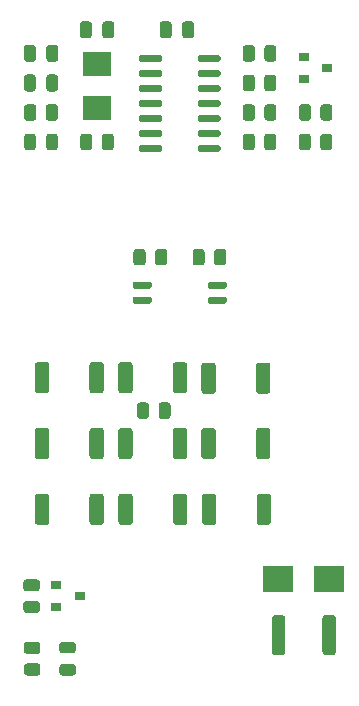
<source format=gbr>
G04 #@! TF.GenerationSoftware,KiCad,Pcbnew,5.1.10-88a1d61d58~88~ubuntu18.04.1*
G04 #@! TF.CreationDate,2021-11-17T21:44:28+08:00*
G04 #@! TF.ProjectId,ModuleV440,4d6f6475-6c65-4563-9434-302e6b696361,rev?*
G04 #@! TF.SameCoordinates,Original*
G04 #@! TF.FileFunction,Paste,Top*
G04 #@! TF.FilePolarity,Positive*
%FSLAX46Y46*%
G04 Gerber Fmt 4.6, Leading zero omitted, Abs format (unit mm)*
G04 Created by KiCad (PCBNEW 5.1.10-88a1d61d58~88~ubuntu18.04.1) date 2021-11-17 21:44:28*
%MOMM*%
%LPD*%
G01*
G04 APERTURE LIST*
%ADD10R,2.400000X2.000000*%
%ADD11R,0.900000X0.800000*%
%ADD12R,2.500000X2.300000*%
G04 APERTURE END LIST*
G36*
G01*
X119017600Y-72387599D02*
X119017600Y-73287601D01*
G75*
G02*
X118767601Y-73537600I-249999J0D01*
G01*
X118242599Y-73537600D01*
G75*
G02*
X117992600Y-73287601I0J249999D01*
G01*
X117992600Y-72387599D01*
G75*
G02*
X118242599Y-72137600I249999J0D01*
G01*
X118767601Y-72137600D01*
G75*
G02*
X119017600Y-72387599I0J-249999D01*
G01*
G37*
G36*
G01*
X120842600Y-72387599D02*
X120842600Y-73287601D01*
G75*
G02*
X120592601Y-73537600I-249999J0D01*
G01*
X120067599Y-73537600D01*
G75*
G02*
X119817600Y-73287601I0J249999D01*
G01*
X119817600Y-72387599D01*
G75*
G02*
X120067599Y-72137600I249999J0D01*
G01*
X120592601Y-72137600D01*
G75*
G02*
X120842600Y-72387599I0J-249999D01*
G01*
G37*
G36*
G01*
X124067600Y-63537601D02*
X124067600Y-62637599D01*
G75*
G02*
X124317599Y-62387600I249999J0D01*
G01*
X124842601Y-62387600D01*
G75*
G02*
X125092600Y-62637599I0J-249999D01*
G01*
X125092600Y-63537601D01*
G75*
G02*
X124842601Y-63787600I-249999J0D01*
G01*
X124317599Y-63787600D01*
G75*
G02*
X124067600Y-63537601I0J249999D01*
G01*
G37*
G36*
G01*
X122242600Y-63537601D02*
X122242600Y-62637599D01*
G75*
G02*
X122492599Y-62387600I249999J0D01*
G01*
X123017601Y-62387600D01*
G75*
G02*
X123267600Y-62637599I0J-249999D01*
G01*
X123267600Y-63537601D01*
G75*
G02*
X123017601Y-63787600I-249999J0D01*
G01*
X122492599Y-63787600D01*
G75*
G02*
X122242600Y-63537601I0J249999D01*
G01*
G37*
G36*
G01*
X128817600Y-63537601D02*
X128817600Y-62637599D01*
G75*
G02*
X129067599Y-62387600I249999J0D01*
G01*
X129592601Y-62387600D01*
G75*
G02*
X129842600Y-62637599I0J-249999D01*
G01*
X129842600Y-63537601D01*
G75*
G02*
X129592601Y-63787600I-249999J0D01*
G01*
X129067599Y-63787600D01*
G75*
G02*
X128817600Y-63537601I0J249999D01*
G01*
G37*
G36*
G01*
X126992600Y-63537601D02*
X126992600Y-62637599D01*
G75*
G02*
X127242599Y-62387600I249999J0D01*
G01*
X127767601Y-62387600D01*
G75*
G02*
X128017600Y-62637599I0J-249999D01*
G01*
X128017600Y-63537601D01*
G75*
G02*
X127767601Y-63787600I-249999J0D01*
G01*
X127242599Y-63787600D01*
G75*
G02*
X126992600Y-63537601I0J249999D01*
G01*
G37*
G36*
G01*
X105617600Y-63543850D02*
X105617600Y-62631350D01*
G75*
G02*
X105861350Y-62387600I243750J0D01*
G01*
X106348850Y-62387600D01*
G75*
G02*
X106592600Y-62631350I0J-243750D01*
G01*
X106592600Y-63543850D01*
G75*
G02*
X106348850Y-63787600I-243750J0D01*
G01*
X105861350Y-63787600D01*
G75*
G02*
X105617600Y-63543850I0J243750D01*
G01*
G37*
G36*
G01*
X103742600Y-63543850D02*
X103742600Y-62631350D01*
G75*
G02*
X103986350Y-62387600I243750J0D01*
G01*
X104473850Y-62387600D01*
G75*
G02*
X104717600Y-62631350I0J-243750D01*
G01*
X104717600Y-63543850D01*
G75*
G02*
X104473850Y-63787600I-243750J0D01*
G01*
X103986350Y-63787600D01*
G75*
G02*
X103742600Y-63543850I0J243750D01*
G01*
G37*
G36*
G01*
X128817600Y-61037601D02*
X128817600Y-60137599D01*
G75*
G02*
X129067599Y-59887600I249999J0D01*
G01*
X129592601Y-59887600D01*
G75*
G02*
X129842600Y-60137599I0J-249999D01*
G01*
X129842600Y-61037601D01*
G75*
G02*
X129592601Y-61287600I-249999J0D01*
G01*
X129067599Y-61287600D01*
G75*
G02*
X128817600Y-61037601I0J249999D01*
G01*
G37*
G36*
G01*
X126992600Y-61037601D02*
X126992600Y-60137599D01*
G75*
G02*
X127242599Y-59887600I249999J0D01*
G01*
X127767601Y-59887600D01*
G75*
G02*
X128017600Y-60137599I0J-249999D01*
G01*
X128017600Y-61037601D01*
G75*
G02*
X127767601Y-61287600I-249999J0D01*
G01*
X127242599Y-61287600D01*
G75*
G02*
X126992600Y-61037601I0J249999D01*
G01*
G37*
G36*
G01*
X124067600Y-61037601D02*
X124067600Y-60137599D01*
G75*
G02*
X124317599Y-59887600I249999J0D01*
G01*
X124842601Y-59887600D01*
G75*
G02*
X125092600Y-60137599I0J-249999D01*
G01*
X125092600Y-61037601D01*
G75*
G02*
X124842601Y-61287600I-249999J0D01*
G01*
X124317599Y-61287600D01*
G75*
G02*
X124067600Y-61037601I0J249999D01*
G01*
G37*
G36*
G01*
X122242600Y-61037601D02*
X122242600Y-60137599D01*
G75*
G02*
X122492599Y-59887600I249999J0D01*
G01*
X123017601Y-59887600D01*
G75*
G02*
X123267600Y-60137599I0J-249999D01*
G01*
X123267600Y-61037601D01*
G75*
G02*
X123017601Y-61287600I-249999J0D01*
G01*
X122492599Y-61287600D01*
G75*
G02*
X122242600Y-61037601I0J249999D01*
G01*
G37*
G36*
G01*
X124067600Y-56037601D02*
X124067600Y-55137599D01*
G75*
G02*
X124317599Y-54887600I249999J0D01*
G01*
X124842601Y-54887600D01*
G75*
G02*
X125092600Y-55137599I0J-249999D01*
G01*
X125092600Y-56037601D01*
G75*
G02*
X124842601Y-56287600I-249999J0D01*
G01*
X124317599Y-56287600D01*
G75*
G02*
X124067600Y-56037601I0J249999D01*
G01*
G37*
G36*
G01*
X122242600Y-56037601D02*
X122242600Y-55137599D01*
G75*
G02*
X122492599Y-54887600I249999J0D01*
G01*
X123017601Y-54887600D01*
G75*
G02*
X123267600Y-55137599I0J-249999D01*
G01*
X123267600Y-56037601D01*
G75*
G02*
X123017601Y-56287600I-249999J0D01*
G01*
X122492599Y-56287600D01*
G75*
G02*
X122242600Y-56037601I0J249999D01*
G01*
G37*
G36*
G01*
X110317600Y-63537601D02*
X110317600Y-62637599D01*
G75*
G02*
X110567599Y-62387600I249999J0D01*
G01*
X111092601Y-62387600D01*
G75*
G02*
X111342600Y-62637599I0J-249999D01*
G01*
X111342600Y-63537601D01*
G75*
G02*
X111092601Y-63787600I-249999J0D01*
G01*
X110567599Y-63787600D01*
G75*
G02*
X110317600Y-63537601I0J249999D01*
G01*
G37*
G36*
G01*
X108492600Y-63537601D02*
X108492600Y-62637599D01*
G75*
G02*
X108742599Y-62387600I249999J0D01*
G01*
X109267601Y-62387600D01*
G75*
G02*
X109517600Y-62637599I0J-249999D01*
G01*
X109517600Y-63537601D01*
G75*
G02*
X109267601Y-63787600I-249999J0D01*
G01*
X108742599Y-63787600D01*
G75*
G02*
X108492600Y-63537601I0J249999D01*
G01*
G37*
D10*
X109917600Y-60187600D03*
X109917600Y-56487600D03*
G36*
G01*
X123267600Y-57637599D02*
X123267600Y-58537601D01*
G75*
G02*
X123017601Y-58787600I-249999J0D01*
G01*
X122492599Y-58787600D01*
G75*
G02*
X122242600Y-58537601I0J249999D01*
G01*
X122242600Y-57637599D01*
G75*
G02*
X122492599Y-57387600I249999J0D01*
G01*
X123017601Y-57387600D01*
G75*
G02*
X123267600Y-57637599I0J-249999D01*
G01*
G37*
G36*
G01*
X125092600Y-57637599D02*
X125092600Y-58537601D01*
G75*
G02*
X124842601Y-58787600I-249999J0D01*
G01*
X124317599Y-58787600D01*
G75*
G02*
X124067600Y-58537601I0J249999D01*
G01*
X124067600Y-57637599D01*
G75*
G02*
X124317599Y-57387600I249999J0D01*
G01*
X124842601Y-57387600D01*
G75*
G02*
X125092600Y-57637599I0J-249999D01*
G01*
G37*
G36*
G01*
X104767600Y-60137599D02*
X104767600Y-61037601D01*
G75*
G02*
X104517601Y-61287600I-249999J0D01*
G01*
X103992599Y-61287600D01*
G75*
G02*
X103742600Y-61037601I0J249999D01*
G01*
X103742600Y-60137599D01*
G75*
G02*
X103992599Y-59887600I249999J0D01*
G01*
X104517601Y-59887600D01*
G75*
G02*
X104767600Y-60137599I0J-249999D01*
G01*
G37*
G36*
G01*
X106592600Y-60137599D02*
X106592600Y-61037601D01*
G75*
G02*
X106342601Y-61287600I-249999J0D01*
G01*
X105817599Y-61287600D01*
G75*
G02*
X105567600Y-61037601I0J249999D01*
G01*
X105567600Y-60137599D01*
G75*
G02*
X105817599Y-59887600I249999J0D01*
G01*
X106342601Y-59887600D01*
G75*
G02*
X106592600Y-60137599I0J-249999D01*
G01*
G37*
D11*
X129417600Y-56837600D03*
X127417600Y-57787600D03*
X127417600Y-55887600D03*
G36*
G01*
X104717600Y-57612600D02*
X104717600Y-58562600D01*
G75*
G02*
X104467600Y-58812600I-250000J0D01*
G01*
X103967600Y-58812600D01*
G75*
G02*
X103717600Y-58562600I0J250000D01*
G01*
X103717600Y-57612600D01*
G75*
G02*
X103967600Y-57362600I250000J0D01*
G01*
X104467600Y-57362600D01*
G75*
G02*
X104717600Y-57612600I0J-250000D01*
G01*
G37*
G36*
G01*
X106617600Y-57612600D02*
X106617600Y-58562600D01*
G75*
G02*
X106367600Y-58812600I-250000J0D01*
G01*
X105867600Y-58812600D01*
G75*
G02*
X105617600Y-58562600I0J250000D01*
G01*
X105617600Y-57612600D01*
G75*
G02*
X105867600Y-57362600I250000J0D01*
G01*
X106367600Y-57362600D01*
G75*
G02*
X106617600Y-57612600I0J-250000D01*
G01*
G37*
G36*
G01*
X104717600Y-55112600D02*
X104717600Y-56062600D01*
G75*
G02*
X104467600Y-56312600I-250000J0D01*
G01*
X103967600Y-56312600D01*
G75*
G02*
X103717600Y-56062600I0J250000D01*
G01*
X103717600Y-55112600D01*
G75*
G02*
X103967600Y-54862600I250000J0D01*
G01*
X104467600Y-54862600D01*
G75*
G02*
X104717600Y-55112600I0J-250000D01*
G01*
G37*
G36*
G01*
X106617600Y-55112600D02*
X106617600Y-56062600D01*
G75*
G02*
X106367600Y-56312600I-250000J0D01*
G01*
X105867600Y-56312600D01*
G75*
G02*
X105617600Y-56062600I0J250000D01*
G01*
X105617600Y-55112600D01*
G75*
G02*
X105867600Y-54862600I250000J0D01*
G01*
X106367600Y-54862600D01*
G75*
G02*
X106617600Y-55112600I0J-250000D01*
G01*
G37*
G36*
G01*
X117117600Y-54062600D02*
X117117600Y-53112600D01*
G75*
G02*
X117367600Y-52862600I250000J0D01*
G01*
X117867600Y-52862600D01*
G75*
G02*
X118117600Y-53112600I0J-250000D01*
G01*
X118117600Y-54062600D01*
G75*
G02*
X117867600Y-54312600I-250000J0D01*
G01*
X117367600Y-54312600D01*
G75*
G02*
X117117600Y-54062600I0J250000D01*
G01*
G37*
G36*
G01*
X115217600Y-54062600D02*
X115217600Y-53112600D01*
G75*
G02*
X115467600Y-52862600I250000J0D01*
G01*
X115967600Y-52862600D01*
G75*
G02*
X116217600Y-53112600I0J-250000D01*
G01*
X116217600Y-54062600D01*
G75*
G02*
X115967600Y-54312600I-250000J0D01*
G01*
X115467600Y-54312600D01*
G75*
G02*
X115217600Y-54062600I0J250000D01*
G01*
G37*
G36*
G01*
X109467600Y-53112600D02*
X109467600Y-54062600D01*
G75*
G02*
X109217600Y-54312600I-250000J0D01*
G01*
X108717600Y-54312600D01*
G75*
G02*
X108467600Y-54062600I0J250000D01*
G01*
X108467600Y-53112600D01*
G75*
G02*
X108717600Y-52862600I250000J0D01*
G01*
X109217600Y-52862600D01*
G75*
G02*
X109467600Y-53112600I0J-250000D01*
G01*
G37*
G36*
G01*
X111367600Y-53112600D02*
X111367600Y-54062600D01*
G75*
G02*
X111117600Y-54312600I-250000J0D01*
G01*
X110617600Y-54312600D01*
G75*
G02*
X110367600Y-54062600I0J250000D01*
G01*
X110367600Y-53112600D01*
G75*
G02*
X110617600Y-52862600I250000J0D01*
G01*
X111117600Y-52862600D01*
G75*
G02*
X111367600Y-53112600I0J-250000D01*
G01*
G37*
G36*
G01*
X118417600Y-56177600D02*
X118417600Y-55877600D01*
G75*
G02*
X118567600Y-55727600I150000J0D01*
G01*
X120217600Y-55727600D01*
G75*
G02*
X120367600Y-55877600I0J-150000D01*
G01*
X120367600Y-56177600D01*
G75*
G02*
X120217600Y-56327600I-150000J0D01*
G01*
X118567600Y-56327600D01*
G75*
G02*
X118417600Y-56177600I0J150000D01*
G01*
G37*
G36*
G01*
X118417600Y-57447600D02*
X118417600Y-57147600D01*
G75*
G02*
X118567600Y-56997600I150000J0D01*
G01*
X120217600Y-56997600D01*
G75*
G02*
X120367600Y-57147600I0J-150000D01*
G01*
X120367600Y-57447600D01*
G75*
G02*
X120217600Y-57597600I-150000J0D01*
G01*
X118567600Y-57597600D01*
G75*
G02*
X118417600Y-57447600I0J150000D01*
G01*
G37*
G36*
G01*
X118417600Y-58717600D02*
X118417600Y-58417600D01*
G75*
G02*
X118567600Y-58267600I150000J0D01*
G01*
X120217600Y-58267600D01*
G75*
G02*
X120367600Y-58417600I0J-150000D01*
G01*
X120367600Y-58717600D01*
G75*
G02*
X120217600Y-58867600I-150000J0D01*
G01*
X118567600Y-58867600D01*
G75*
G02*
X118417600Y-58717600I0J150000D01*
G01*
G37*
G36*
G01*
X118417600Y-59987600D02*
X118417600Y-59687600D01*
G75*
G02*
X118567600Y-59537600I150000J0D01*
G01*
X120217600Y-59537600D01*
G75*
G02*
X120367600Y-59687600I0J-150000D01*
G01*
X120367600Y-59987600D01*
G75*
G02*
X120217600Y-60137600I-150000J0D01*
G01*
X118567600Y-60137600D01*
G75*
G02*
X118417600Y-59987600I0J150000D01*
G01*
G37*
G36*
G01*
X118417600Y-61257600D02*
X118417600Y-60957600D01*
G75*
G02*
X118567600Y-60807600I150000J0D01*
G01*
X120217600Y-60807600D01*
G75*
G02*
X120367600Y-60957600I0J-150000D01*
G01*
X120367600Y-61257600D01*
G75*
G02*
X120217600Y-61407600I-150000J0D01*
G01*
X118567600Y-61407600D01*
G75*
G02*
X118417600Y-61257600I0J150000D01*
G01*
G37*
G36*
G01*
X118417600Y-62527600D02*
X118417600Y-62227600D01*
G75*
G02*
X118567600Y-62077600I150000J0D01*
G01*
X120217600Y-62077600D01*
G75*
G02*
X120367600Y-62227600I0J-150000D01*
G01*
X120367600Y-62527600D01*
G75*
G02*
X120217600Y-62677600I-150000J0D01*
G01*
X118567600Y-62677600D01*
G75*
G02*
X118417600Y-62527600I0J150000D01*
G01*
G37*
G36*
G01*
X118417600Y-63797600D02*
X118417600Y-63497600D01*
G75*
G02*
X118567600Y-63347600I150000J0D01*
G01*
X120217600Y-63347600D01*
G75*
G02*
X120367600Y-63497600I0J-150000D01*
G01*
X120367600Y-63797600D01*
G75*
G02*
X120217600Y-63947600I-150000J0D01*
G01*
X118567600Y-63947600D01*
G75*
G02*
X118417600Y-63797600I0J150000D01*
G01*
G37*
G36*
G01*
X113467600Y-63797600D02*
X113467600Y-63497600D01*
G75*
G02*
X113617600Y-63347600I150000J0D01*
G01*
X115267600Y-63347600D01*
G75*
G02*
X115417600Y-63497600I0J-150000D01*
G01*
X115417600Y-63797600D01*
G75*
G02*
X115267600Y-63947600I-150000J0D01*
G01*
X113617600Y-63947600D01*
G75*
G02*
X113467600Y-63797600I0J150000D01*
G01*
G37*
G36*
G01*
X113467600Y-62527600D02*
X113467600Y-62227600D01*
G75*
G02*
X113617600Y-62077600I150000J0D01*
G01*
X115267600Y-62077600D01*
G75*
G02*
X115417600Y-62227600I0J-150000D01*
G01*
X115417600Y-62527600D01*
G75*
G02*
X115267600Y-62677600I-150000J0D01*
G01*
X113617600Y-62677600D01*
G75*
G02*
X113467600Y-62527600I0J150000D01*
G01*
G37*
G36*
G01*
X113467600Y-61257600D02*
X113467600Y-60957600D01*
G75*
G02*
X113617600Y-60807600I150000J0D01*
G01*
X115267600Y-60807600D01*
G75*
G02*
X115417600Y-60957600I0J-150000D01*
G01*
X115417600Y-61257600D01*
G75*
G02*
X115267600Y-61407600I-150000J0D01*
G01*
X113617600Y-61407600D01*
G75*
G02*
X113467600Y-61257600I0J150000D01*
G01*
G37*
G36*
G01*
X113467600Y-59987600D02*
X113467600Y-59687600D01*
G75*
G02*
X113617600Y-59537600I150000J0D01*
G01*
X115267600Y-59537600D01*
G75*
G02*
X115417600Y-59687600I0J-150000D01*
G01*
X115417600Y-59987600D01*
G75*
G02*
X115267600Y-60137600I-150000J0D01*
G01*
X113617600Y-60137600D01*
G75*
G02*
X113467600Y-59987600I0J150000D01*
G01*
G37*
G36*
G01*
X113467600Y-58717600D02*
X113467600Y-58417600D01*
G75*
G02*
X113617600Y-58267600I150000J0D01*
G01*
X115267600Y-58267600D01*
G75*
G02*
X115417600Y-58417600I0J-150000D01*
G01*
X115417600Y-58717600D01*
G75*
G02*
X115267600Y-58867600I-150000J0D01*
G01*
X113617600Y-58867600D01*
G75*
G02*
X113467600Y-58717600I0J150000D01*
G01*
G37*
G36*
G01*
X113467600Y-57447600D02*
X113467600Y-57147600D01*
G75*
G02*
X113617600Y-56997600I150000J0D01*
G01*
X115267600Y-56997600D01*
G75*
G02*
X115417600Y-57147600I0J-150000D01*
G01*
X115417600Y-57447600D01*
G75*
G02*
X115267600Y-57597600I-150000J0D01*
G01*
X113617600Y-57597600D01*
G75*
G02*
X113467600Y-57447600I0J150000D01*
G01*
G37*
G36*
G01*
X113467600Y-56177600D02*
X113467600Y-55877600D01*
G75*
G02*
X113617600Y-55727600I150000J0D01*
G01*
X115267600Y-55727600D01*
G75*
G02*
X115417600Y-55877600I0J-150000D01*
G01*
X115417600Y-56177600D01*
G75*
G02*
X115267600Y-56327600I-150000J0D01*
G01*
X113617600Y-56327600D01*
G75*
G02*
X113467600Y-56177600I0J150000D01*
G01*
G37*
G36*
G01*
X119967600Y-82012600D02*
X119967600Y-84162600D01*
G75*
G02*
X119717600Y-84412600I-250000J0D01*
G01*
X118992600Y-84412600D01*
G75*
G02*
X118742600Y-84162600I0J250000D01*
G01*
X118742600Y-82012600D01*
G75*
G02*
X118992600Y-81762600I250000J0D01*
G01*
X119717600Y-81762600D01*
G75*
G02*
X119967600Y-82012600I0J-250000D01*
G01*
G37*
G36*
G01*
X124592600Y-82012600D02*
X124592600Y-84162600D01*
G75*
G02*
X124342600Y-84412600I-250000J0D01*
G01*
X123617600Y-84412600D01*
G75*
G02*
X123367600Y-84162600I0J250000D01*
G01*
X123367600Y-82012600D01*
G75*
G02*
X123617600Y-81762600I250000J0D01*
G01*
X124342600Y-81762600D01*
G75*
G02*
X124592600Y-82012600I0J-250000D01*
G01*
G37*
G36*
G01*
X116317600Y-84112600D02*
X116317600Y-81962600D01*
G75*
G02*
X116567600Y-81712600I250000J0D01*
G01*
X117292600Y-81712600D01*
G75*
G02*
X117542600Y-81962600I0J-250000D01*
G01*
X117542600Y-84112600D01*
G75*
G02*
X117292600Y-84362600I-250000J0D01*
G01*
X116567600Y-84362600D01*
G75*
G02*
X116317600Y-84112600I0J250000D01*
G01*
G37*
G36*
G01*
X111692600Y-84112600D02*
X111692600Y-81962600D01*
G75*
G02*
X111942600Y-81712600I250000J0D01*
G01*
X112667600Y-81712600D01*
G75*
G02*
X112917600Y-81962600I0J-250000D01*
G01*
X112917600Y-84112600D01*
G75*
G02*
X112667600Y-84362600I-250000J0D01*
G01*
X111942600Y-84362600D01*
G75*
G02*
X111692600Y-84112600I0J250000D01*
G01*
G37*
G36*
G01*
X123367600Y-89687600D02*
X123367600Y-87537600D01*
G75*
G02*
X123617600Y-87287600I250000J0D01*
G01*
X124342600Y-87287600D01*
G75*
G02*
X124592600Y-87537600I0J-250000D01*
G01*
X124592600Y-89687600D01*
G75*
G02*
X124342600Y-89937600I-250000J0D01*
G01*
X123617600Y-89937600D01*
G75*
G02*
X123367600Y-89687600I0J250000D01*
G01*
G37*
G36*
G01*
X118742600Y-89687600D02*
X118742600Y-87537600D01*
G75*
G02*
X118992600Y-87287600I250000J0D01*
G01*
X119717600Y-87287600D01*
G75*
G02*
X119967600Y-87537600I0J-250000D01*
G01*
X119967600Y-89687600D01*
G75*
G02*
X119717600Y-89937600I-250000J0D01*
G01*
X118992600Y-89937600D01*
G75*
G02*
X118742600Y-89687600I0J250000D01*
G01*
G37*
G36*
G01*
X112917600Y-87537600D02*
X112917600Y-89687600D01*
G75*
G02*
X112667600Y-89937600I-250000J0D01*
G01*
X111942600Y-89937600D01*
G75*
G02*
X111692600Y-89687600I0J250000D01*
G01*
X111692600Y-87537600D01*
G75*
G02*
X111942600Y-87287600I250000J0D01*
G01*
X112667600Y-87287600D01*
G75*
G02*
X112917600Y-87537600I0J-250000D01*
G01*
G37*
G36*
G01*
X117542600Y-87537600D02*
X117542600Y-89687600D01*
G75*
G02*
X117292600Y-89937600I-250000J0D01*
G01*
X116567600Y-89937600D01*
G75*
G02*
X116317600Y-89687600I0J250000D01*
G01*
X116317600Y-87537600D01*
G75*
G02*
X116567600Y-87287600I250000J0D01*
G01*
X117292600Y-87287600D01*
G75*
G02*
X117542600Y-87537600I0J-250000D01*
G01*
G37*
G36*
G01*
X120017600Y-93112600D02*
X120017600Y-95262600D01*
G75*
G02*
X119767600Y-95512600I-250000J0D01*
G01*
X119042600Y-95512600D01*
G75*
G02*
X118792600Y-95262600I0J250000D01*
G01*
X118792600Y-93112600D01*
G75*
G02*
X119042600Y-92862600I250000J0D01*
G01*
X119767600Y-92862600D01*
G75*
G02*
X120017600Y-93112600I0J-250000D01*
G01*
G37*
G36*
G01*
X124642600Y-93112600D02*
X124642600Y-95262600D01*
G75*
G02*
X124392600Y-95512600I-250000J0D01*
G01*
X123667600Y-95512600D01*
G75*
G02*
X123417600Y-95262600I0J250000D01*
G01*
X123417600Y-93112600D01*
G75*
G02*
X123667600Y-92862600I250000J0D01*
G01*
X124392600Y-92862600D01*
G75*
G02*
X124642600Y-93112600I0J-250000D01*
G01*
G37*
G36*
G01*
X116342600Y-95262600D02*
X116342600Y-93112600D01*
G75*
G02*
X116592600Y-92862600I250000J0D01*
G01*
X117317600Y-92862600D01*
G75*
G02*
X117567600Y-93112600I0J-250000D01*
G01*
X117567600Y-95262600D01*
G75*
G02*
X117317600Y-95512600I-250000J0D01*
G01*
X116592600Y-95512600D01*
G75*
G02*
X116342600Y-95262600I0J250000D01*
G01*
G37*
G36*
G01*
X111717600Y-95262600D02*
X111717600Y-93112600D01*
G75*
G02*
X111967600Y-92862600I250000J0D01*
G01*
X112692600Y-92862600D01*
G75*
G02*
X112942600Y-93112600I0J-250000D01*
G01*
X112942600Y-95262600D01*
G75*
G02*
X112692600Y-95512600I-250000J0D01*
G01*
X111967600Y-95512600D01*
G75*
G02*
X111717600Y-95262600I0J250000D01*
G01*
G37*
G36*
G01*
X105867600Y-81962600D02*
X105867600Y-84112600D01*
G75*
G02*
X105617600Y-84362600I-250000J0D01*
G01*
X104892600Y-84362600D01*
G75*
G02*
X104642600Y-84112600I0J250000D01*
G01*
X104642600Y-81962600D01*
G75*
G02*
X104892600Y-81712600I250000J0D01*
G01*
X105617600Y-81712600D01*
G75*
G02*
X105867600Y-81962600I0J-250000D01*
G01*
G37*
G36*
G01*
X110492600Y-81962600D02*
X110492600Y-84112600D01*
G75*
G02*
X110242600Y-84362600I-250000J0D01*
G01*
X109517600Y-84362600D01*
G75*
G02*
X109267600Y-84112600I0J250000D01*
G01*
X109267600Y-81962600D01*
G75*
G02*
X109517600Y-81712600I250000J0D01*
G01*
X110242600Y-81712600D01*
G75*
G02*
X110492600Y-81962600I0J-250000D01*
G01*
G37*
G36*
G01*
X109267600Y-89687600D02*
X109267600Y-87537600D01*
G75*
G02*
X109517600Y-87287600I250000J0D01*
G01*
X110242600Y-87287600D01*
G75*
G02*
X110492600Y-87537600I0J-250000D01*
G01*
X110492600Y-89687600D01*
G75*
G02*
X110242600Y-89937600I-250000J0D01*
G01*
X109517600Y-89937600D01*
G75*
G02*
X109267600Y-89687600I0J250000D01*
G01*
G37*
G36*
G01*
X104642600Y-89687600D02*
X104642600Y-87537600D01*
G75*
G02*
X104892600Y-87287600I250000J0D01*
G01*
X105617600Y-87287600D01*
G75*
G02*
X105867600Y-87537600I0J-250000D01*
G01*
X105867600Y-89687600D01*
G75*
G02*
X105617600Y-89937600I-250000J0D01*
G01*
X104892600Y-89937600D01*
G75*
G02*
X104642600Y-89687600I0J250000D01*
G01*
G37*
G36*
G01*
X105867600Y-93112600D02*
X105867600Y-95262600D01*
G75*
G02*
X105617600Y-95512600I-250000J0D01*
G01*
X104892600Y-95512600D01*
G75*
G02*
X104642600Y-95262600I0J250000D01*
G01*
X104642600Y-93112600D01*
G75*
G02*
X104892600Y-92862600I250000J0D01*
G01*
X105617600Y-92862600D01*
G75*
G02*
X105867600Y-93112600I0J-250000D01*
G01*
G37*
G36*
G01*
X110492600Y-93112600D02*
X110492600Y-95262600D01*
G75*
G02*
X110242600Y-95512600I-250000J0D01*
G01*
X109517600Y-95512600D01*
G75*
G02*
X109267600Y-95262600I0J250000D01*
G01*
X109267600Y-93112600D01*
G75*
G02*
X109517600Y-92862600I250000J0D01*
G01*
X110242600Y-92862600D01*
G75*
G02*
X110492600Y-93112600I0J-250000D01*
G01*
G37*
G36*
G01*
X119292600Y-75352600D02*
X119292600Y-75052600D01*
G75*
G02*
X119442600Y-74902600I150000J0D01*
G01*
X120767600Y-74902600D01*
G75*
G02*
X120917600Y-75052600I0J-150000D01*
G01*
X120917600Y-75352600D01*
G75*
G02*
X120767600Y-75502600I-150000J0D01*
G01*
X119442600Y-75502600D01*
G75*
G02*
X119292600Y-75352600I0J150000D01*
G01*
G37*
G36*
G01*
X119292600Y-76622600D02*
X119292600Y-76322600D01*
G75*
G02*
X119442600Y-76172600I150000J0D01*
G01*
X120767600Y-76172600D01*
G75*
G02*
X120917600Y-76322600I0J-150000D01*
G01*
X120917600Y-76622600D01*
G75*
G02*
X120767600Y-76772600I-150000J0D01*
G01*
X119442600Y-76772600D01*
G75*
G02*
X119292600Y-76622600I0J150000D01*
G01*
G37*
G36*
G01*
X112917600Y-76622600D02*
X112917600Y-76322600D01*
G75*
G02*
X113067600Y-76172600I150000J0D01*
G01*
X114392600Y-76172600D01*
G75*
G02*
X114542600Y-76322600I0J-150000D01*
G01*
X114542600Y-76622600D01*
G75*
G02*
X114392600Y-76772600I-150000J0D01*
G01*
X113067600Y-76772600D01*
G75*
G02*
X112917600Y-76622600I0J150000D01*
G01*
G37*
G36*
G01*
X112917600Y-75352600D02*
X112917600Y-75052600D01*
G75*
G02*
X113067600Y-74902600I150000J0D01*
G01*
X114392600Y-74902600D01*
G75*
G02*
X114542600Y-75052600I0J-150000D01*
G01*
X114542600Y-75352600D01*
G75*
G02*
X114392600Y-75502600I-150000J0D01*
G01*
X113067600Y-75502600D01*
G75*
G02*
X112917600Y-75352600I0J150000D01*
G01*
G37*
D12*
X125267600Y-100087600D03*
X129567600Y-100087600D03*
G36*
G01*
X114317600Y-85387599D02*
X114317600Y-86287601D01*
G75*
G02*
X114067601Y-86537600I-249999J0D01*
G01*
X113542599Y-86537600D01*
G75*
G02*
X113292600Y-86287601I0J249999D01*
G01*
X113292600Y-85387599D01*
G75*
G02*
X113542599Y-85137600I249999J0D01*
G01*
X114067601Y-85137600D01*
G75*
G02*
X114317600Y-85387599I0J-249999D01*
G01*
G37*
G36*
G01*
X116142600Y-85387599D02*
X116142600Y-86287601D01*
G75*
G02*
X115892601Y-86537600I-249999J0D01*
G01*
X115367599Y-86537600D01*
G75*
G02*
X115117600Y-86287601I0J249999D01*
G01*
X115117600Y-85387599D01*
G75*
G02*
X115367599Y-85137600I249999J0D01*
G01*
X115892601Y-85137600D01*
G75*
G02*
X116142600Y-85387599I0J-249999D01*
G01*
G37*
G36*
G01*
X103967599Y-107237600D02*
X104867601Y-107237600D01*
G75*
G02*
X105117600Y-107487599I0J-249999D01*
G01*
X105117600Y-108012601D01*
G75*
G02*
X104867601Y-108262600I-249999J0D01*
G01*
X103967599Y-108262600D01*
G75*
G02*
X103717600Y-108012601I0J249999D01*
G01*
X103717600Y-107487599D01*
G75*
G02*
X103967599Y-107237600I249999J0D01*
G01*
G37*
G36*
G01*
X103967599Y-105412600D02*
X104867601Y-105412600D01*
G75*
G02*
X105117600Y-105662599I0J-249999D01*
G01*
X105117600Y-106187601D01*
G75*
G02*
X104867601Y-106437600I-249999J0D01*
G01*
X103967599Y-106437600D01*
G75*
G02*
X103717600Y-106187601I0J249999D01*
G01*
X103717600Y-105662599D01*
G75*
G02*
X103967599Y-105412600I249999J0D01*
G01*
G37*
G36*
G01*
X103917599Y-101937600D02*
X104817601Y-101937600D01*
G75*
G02*
X105067600Y-102187599I0J-249999D01*
G01*
X105067600Y-102712601D01*
G75*
G02*
X104817601Y-102962600I-249999J0D01*
G01*
X103917599Y-102962600D01*
G75*
G02*
X103667600Y-102712601I0J249999D01*
G01*
X103667600Y-102187599D01*
G75*
G02*
X103917599Y-101937600I249999J0D01*
G01*
G37*
G36*
G01*
X103917599Y-100112600D02*
X104817601Y-100112600D01*
G75*
G02*
X105067600Y-100362599I0J-249999D01*
G01*
X105067600Y-100887601D01*
G75*
G02*
X104817601Y-101137600I-249999J0D01*
G01*
X103917599Y-101137600D01*
G75*
G02*
X103667600Y-100887601I0J249999D01*
G01*
X103667600Y-100362599D01*
G75*
G02*
X103917599Y-100112600I249999J0D01*
G01*
G37*
G36*
G01*
X114817600Y-73287601D02*
X114817600Y-72387599D01*
G75*
G02*
X115067599Y-72137600I249999J0D01*
G01*
X115592601Y-72137600D01*
G75*
G02*
X115842600Y-72387599I0J-249999D01*
G01*
X115842600Y-73287601D01*
G75*
G02*
X115592601Y-73537600I-249999J0D01*
G01*
X115067599Y-73537600D01*
G75*
G02*
X114817600Y-73287601I0J249999D01*
G01*
G37*
G36*
G01*
X112992600Y-73287601D02*
X112992600Y-72387599D01*
G75*
G02*
X113242599Y-72137600I249999J0D01*
G01*
X113767601Y-72137600D01*
G75*
G02*
X114017600Y-72387599I0J-249999D01*
G01*
X114017600Y-73287601D01*
G75*
G02*
X113767601Y-73537600I-249999J0D01*
G01*
X113242599Y-73537600D01*
G75*
G02*
X112992600Y-73287601I0J249999D01*
G01*
G37*
G36*
G01*
X125842600Y-103387599D02*
X125842600Y-106287601D01*
G75*
G02*
X125592601Y-106537600I-249999J0D01*
G01*
X124967599Y-106537600D01*
G75*
G02*
X124717600Y-106287601I0J249999D01*
G01*
X124717600Y-103387599D01*
G75*
G02*
X124967599Y-103137600I249999J0D01*
G01*
X125592601Y-103137600D01*
G75*
G02*
X125842600Y-103387599I0J-249999D01*
G01*
G37*
G36*
G01*
X130117600Y-103387599D02*
X130117600Y-106287601D01*
G75*
G02*
X129867601Y-106537600I-249999J0D01*
G01*
X129242599Y-106537600D01*
G75*
G02*
X128992600Y-106287601I0J249999D01*
G01*
X128992600Y-103387599D01*
G75*
G02*
X129242599Y-103137600I249999J0D01*
G01*
X129867601Y-103137600D01*
G75*
G02*
X130117600Y-103387599I0J-249999D01*
G01*
G37*
G36*
G01*
X107873850Y-106387600D02*
X106961350Y-106387600D01*
G75*
G02*
X106717600Y-106143850I0J243750D01*
G01*
X106717600Y-105656350D01*
G75*
G02*
X106961350Y-105412600I243750J0D01*
G01*
X107873850Y-105412600D01*
G75*
G02*
X108117600Y-105656350I0J-243750D01*
G01*
X108117600Y-106143850D01*
G75*
G02*
X107873850Y-106387600I-243750J0D01*
G01*
G37*
G36*
G01*
X107873850Y-108262600D02*
X106961350Y-108262600D01*
G75*
G02*
X106717600Y-108018850I0J243750D01*
G01*
X106717600Y-107531350D01*
G75*
G02*
X106961350Y-107287600I243750J0D01*
G01*
X107873850Y-107287600D01*
G75*
G02*
X108117600Y-107531350I0J-243750D01*
G01*
X108117600Y-108018850D01*
G75*
G02*
X107873850Y-108262600I-243750J0D01*
G01*
G37*
D11*
X106467600Y-100562600D03*
X106467600Y-102462600D03*
X108467600Y-101512600D03*
M02*

</source>
